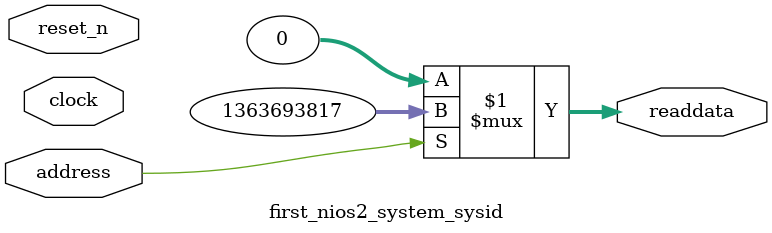
<source format=v>

`timescale 1ns / 1ps
// synthesis translate_on

// turn off superfluous verilog processor warnings 
// altera message_level Level1 
// altera message_off 10034 10035 10036 10037 10230 10240 10030 

module first_nios2_system_sysid (
               // inputs:
                address,
                clock,
                reset_n,

               // outputs:
                readdata
             )
;

  output  [ 31: 0] readdata;
  input            address;
  input            clock;
  input            reset_n;

  wire    [ 31: 0] readdata;
  //control_slave, which is an e_avalon_slave
  assign readdata = address ? 1363693817 : 0;

endmodule




</source>
